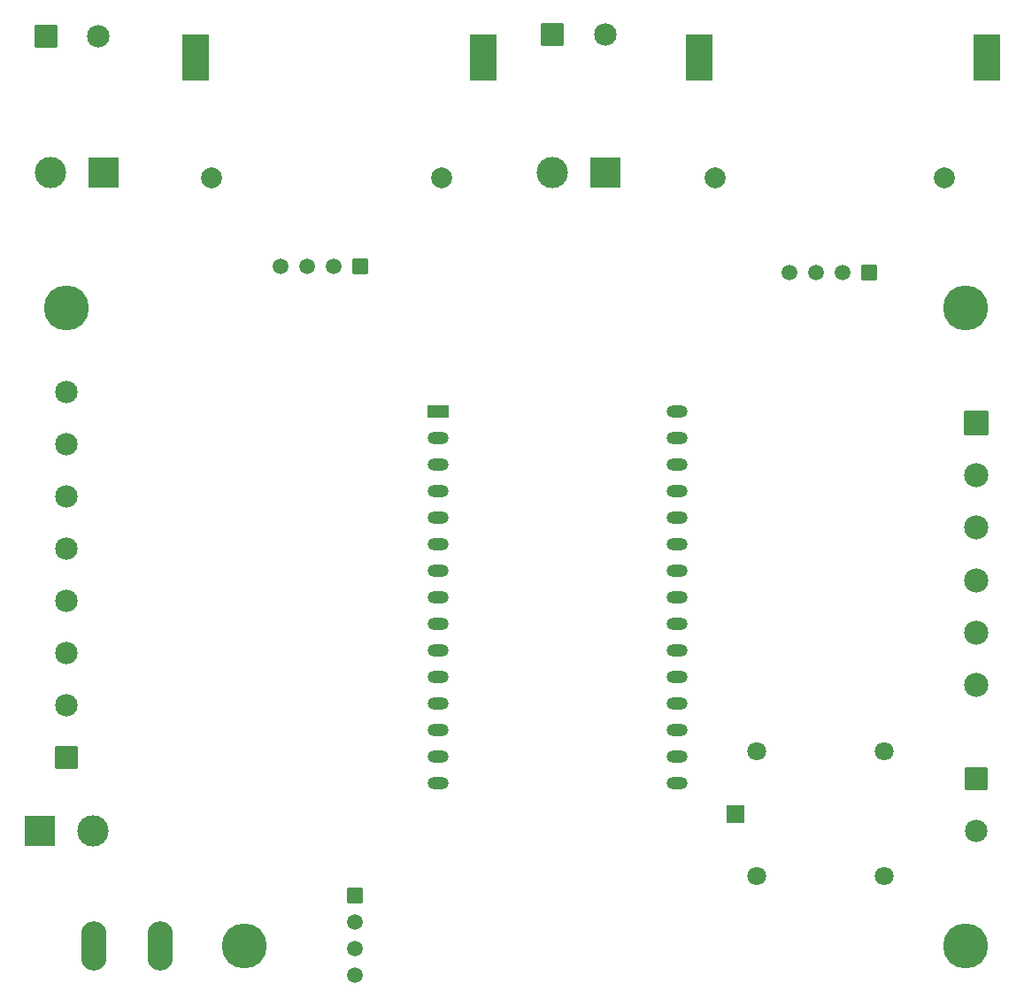
<source format=gbr>
G04 #@! TF.GenerationSoftware,KiCad,Pcbnew,8.0.3*
G04 #@! TF.CreationDate,2024-07-17T14:24:22-06:00*
G04 #@! TF.ProjectId,coilSafety,636f696c-5361-4666-9574-792e6b696361,v2*
G04 #@! TF.SameCoordinates,Original*
G04 #@! TF.FileFunction,Soldermask,Bot*
G04 #@! TF.FilePolarity,Negative*
%FSLAX46Y46*%
G04 Gerber Fmt 4.6, Leading zero omitted, Abs format (unit mm)*
G04 Created by KiCad (PCBNEW 8.0.3) date 2024-07-17 14:24:22*
%MOMM*%
%LPD*%
G01*
G04 APERTURE LIST*
G04 Aperture macros list*
%AMRoundRect*
0 Rectangle with rounded corners*
0 $1 Rounding radius*
0 $2 $3 $4 $5 $6 $7 $8 $9 X,Y pos of 4 corners*
0 Add a 4 corners polygon primitive as box body*
4,1,4,$2,$3,$4,$5,$6,$7,$8,$9,$2,$3,0*
0 Add four circle primitives for the rounded corners*
1,1,$1+$1,$2,$3*
1,1,$1+$1,$4,$5*
1,1,$1+$1,$6,$7*
1,1,$1+$1,$8,$9*
0 Add four rect primitives between the rounded corners*
20,1,$1+$1,$2,$3,$4,$5,0*
20,1,$1+$1,$4,$5,$6,$7,0*
20,1,$1+$1,$6,$7,$8,$9,0*
20,1,$1+$1,$8,$9,$2,$3,0*%
G04 Aperture macros list end*
%ADD10RoundRect,0.102000X-0.975000X-0.975000X0.975000X-0.975000X0.975000X0.975000X-0.975000X0.975000X0*%
%ADD11C,2.154000*%
%ADD12R,3.000000X3.000000*%
%ADD13C,3.000000*%
%ADD14C,4.300000*%
%ADD15C,2.000000*%
%ADD16R,2.500000X4.500000*%
%ADD17RoundRect,0.102000X0.644000X0.644000X-0.644000X0.644000X-0.644000X-0.644000X0.644000X-0.644000X0*%
%ADD18C,1.492000*%
%ADD19RoundRect,0.102000X-0.644000X0.644000X-0.644000X-0.644000X0.644000X-0.644000X0.644000X0.644000X0*%
%ADD20RoundRect,0.102000X0.975000X-0.975000X0.975000X0.975000X-0.975000X0.975000X-0.975000X-0.975000X0*%
%ADD21R,2.000000X1.200000*%
%ADD22O,2.000000X1.200000*%
%ADD23R,1.803400X1.803400*%
%ADD24C,1.803400*%
%ADD25O,2.454000X4.704000*%
%ADD26RoundRect,0.102000X-1.050000X1.050000X-1.050000X-1.050000X1.050000X-1.050000X1.050000X1.050000X0*%
%ADD27C,2.304000*%
%ADD28RoundRect,0.102000X-0.975000X0.975000X-0.975000X-0.975000X0.975000X-0.975000X0.975000X0.975000X0*%
G04 APERTURE END LIST*
D10*
X106000000Y-57000000D03*
D11*
X111000000Y-57000000D03*
D12*
X159540000Y-70000000D03*
D13*
X154460000Y-70000000D03*
D12*
X111540000Y-70000000D03*
D13*
X106460000Y-70000000D03*
D14*
X108000000Y-83000000D03*
D10*
X154500000Y-56837500D03*
D11*
X159500000Y-56837500D03*
D15*
X170000000Y-70500000D03*
X192000000Y-70500000D03*
D16*
X196000000Y-59000000D03*
X168500000Y-59000000D03*
D17*
X136080000Y-79000000D03*
D18*
X133540000Y-79000000D03*
X131000000Y-79000000D03*
X128460000Y-79000000D03*
D19*
X135600000Y-139190000D03*
D18*
X135600000Y-141730000D03*
X135600000Y-144270000D03*
X135600000Y-146810000D03*
D20*
X108000000Y-126000000D03*
D11*
X108000000Y-121000000D03*
X108000000Y-116000000D03*
X108000000Y-111000000D03*
X108000000Y-106000000D03*
X108000000Y-101000000D03*
X108000000Y-96000000D03*
X108000000Y-91000000D03*
D12*
X105460000Y-133000000D03*
D13*
X110540000Y-133000000D03*
D14*
X125000000Y-144000000D03*
X194000000Y-83000000D03*
D21*
X143546000Y-92900260D03*
D22*
X143546000Y-95440260D03*
X143546000Y-97980260D03*
X143546000Y-100520260D03*
X143546000Y-103060260D03*
X143546000Y-105600260D03*
X143546000Y-108140260D03*
X143546000Y-110680260D03*
X143546000Y-113220260D03*
X143546000Y-115760260D03*
X143546000Y-118300260D03*
X143546000Y-120840260D03*
X143546000Y-123380260D03*
X143546000Y-125920260D03*
X143546000Y-128460260D03*
X166406000Y-128460260D03*
X166406000Y-125920260D03*
X166406000Y-123380260D03*
X166406000Y-120840260D03*
X166406000Y-118300260D03*
X166406000Y-115760260D03*
X166406000Y-113220260D03*
X166406000Y-110680260D03*
X166406000Y-108140260D03*
X166406000Y-105600260D03*
X166406000Y-103060260D03*
X166406000Y-100520260D03*
X166406000Y-97980260D03*
X166406000Y-95440260D03*
X166406000Y-92900260D03*
D14*
X194000000Y-144000000D03*
D17*
X184810000Y-79600000D03*
D18*
X182270000Y-79600000D03*
X179730000Y-79600000D03*
X177190000Y-79600000D03*
D23*
X172024400Y-131365000D03*
D24*
X174031000Y-137359400D03*
X186223000Y-137359400D03*
X186223000Y-125370600D03*
X174031000Y-125370600D03*
D25*
X116937500Y-144000000D03*
X110637500Y-144000000D03*
D26*
X195000000Y-94000000D03*
D27*
X195000000Y-99000000D03*
X195000000Y-104000000D03*
X195000000Y-109000000D03*
X195000000Y-114000000D03*
X195000000Y-119000000D03*
D28*
X195000000Y-128000000D03*
D11*
X195000000Y-133000000D03*
D15*
X121837500Y-70500000D03*
X143837500Y-70500000D03*
D16*
X147837500Y-59000000D03*
X120337500Y-59000000D03*
M02*

</source>
